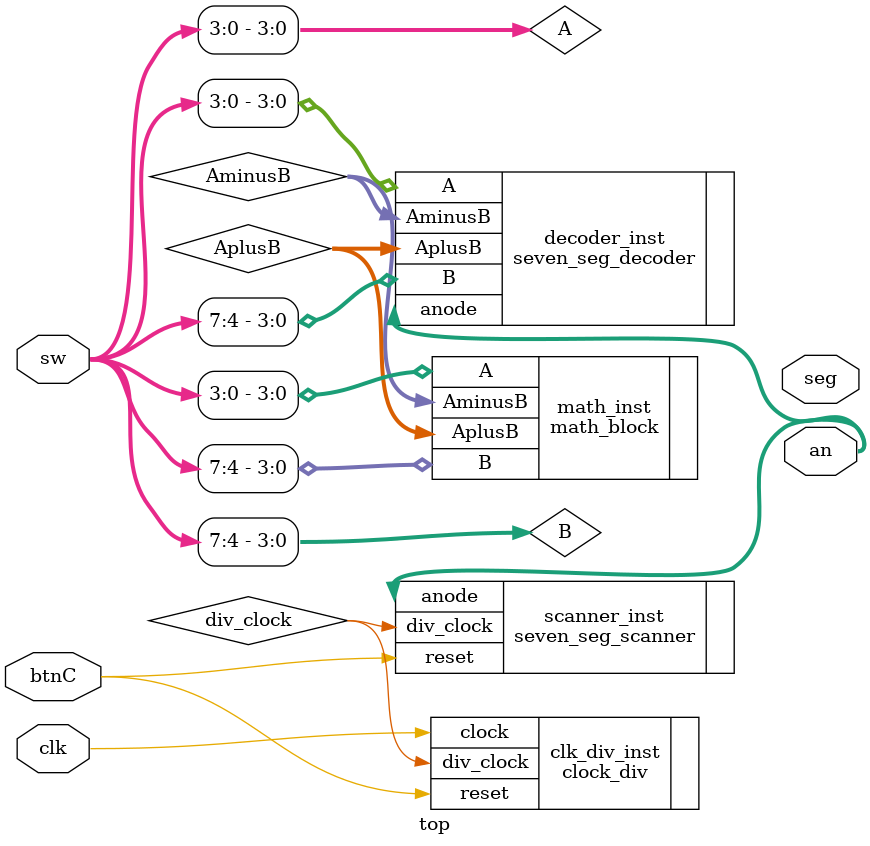
<source format=v>
module top
#(
    parameter BIT_COUNT = 17 // Use this when passing in to your clock div!
    // The test bench will set it appropriately
)
(
    input [7:0] sw, // A and B
    input clk, // 100 MHz board clock
    input btnC, 
    output [3:0] an, // 7seg anodes
    output [6:0] seg // 7seg segments
);

    // Instantiate the clock divider...
    // ... wire it up to the scanner
    // ... wire the scanner to the decoder

    // Wire up the math block into the decoder

    // Do not forget to wire up resets!!
    // Clock divider output
    wire div_clock;
    
    // Instantiate the clock divider
    clock_div #(.DIVIDE_BY(BIT_COUNT)) clk_div_inst (
        .clock(clk),
        .reset(btnC),
        .div_clock(div_clock)
    );


    // Math block outputs
    // Split switches into two 4-bit signals A and B
    wire [3:0] A = sw[3:0];
    wire [3:0] B = sw[7:4];
    wire [3:0] AplusB;
    wire [3:0] AminusB;

    
       // Instantiate the math block (performing A + B and A - B)
    math_block math_inst (
        .A(A),
        .B(B),
        .AplusB(AplusB),
        .AminusB(AminusB)
    );

    // Instantiate the 7-segment scanner (to cycle through the anodes)
    seven_seg_scanner scanner_inst (
        .div_clock(div_clock),
        .reset(btnC),
        .anode(an)
    );


    // Instantiate the seven-segment decoder
    seven_seg_decoder decoder_inst (
        .A(A),
        .B(B),
        .AplusB(AplusB),
        .AminusB(AminusB),
        .anode(an)
    );


endmodule

</source>
